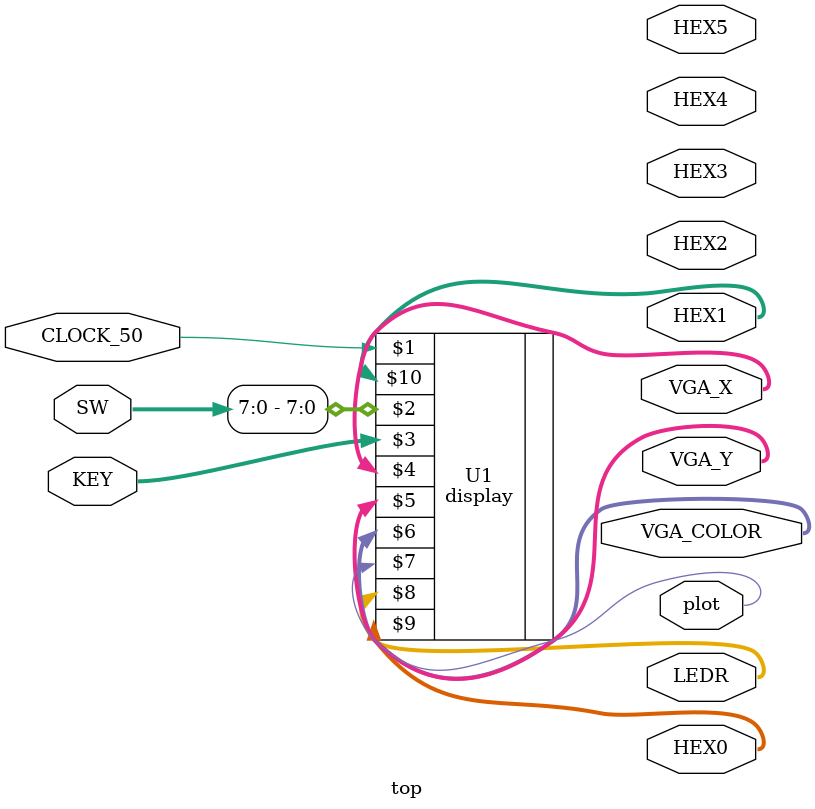
<source format=v>


//     output wire [6:0] HEX0;     // DE-series HEX displays
//     output wire [6:0] HEX1;
//     output wire [6:0] HEX2;
//     output wire [6:0] HEX3;
//     output wire [6:0] HEX4;
//     output wire [6:0] HEX5;

//     output wire [9:0] LEDR;     // DE-series LEDs   
//     output wire [7:0] VGA_X;
//     output wire [6:0] VGA_Y;
//     output wire [2:0] VGA_COLOR;
//     output wire plot;

//     vga_demo U1 (CLOCK_50, SW[7:0], KEY, HEX3, HEX2, HEX1, HEX0, VGA_X, VGA_Y, VGA_COLOR, plot);

// endmodule

module top (CLOCK_50, SW, KEY, HEX0, HEX1, HEX2, HEX3, HEX4, HEX5, LEDR, VGA_X, VGA_Y, VGA_COLOR, plot);

    input CLOCK_50;             // DE-series 50 MHz clock signal
    input wire [9:0] SW;        // DE-series switches
    input wire [3:0] KEY;       // DE-series pushbuttons

    output wire [6:0] HEX0;     // DE-series HEX displays
    output wire [6:0] HEX1;
    output wire [6:0] HEX2;
    output wire [6:0] HEX3;
    output wire [6:0] HEX4;
    output wire [6:0] HEX5;

    output wire [9:0] LEDR;     // DE-series LEDs
    output wire [7:0] VGA_X;
    output wire [6:0] VGA_Y;
    output wire [2:0] VGA_COLOR;
    output wire plot;

    display U1 (CLOCK_50, SW[7:0], KEY, VGA_X, VGA_Y, VGA_COLOR, plot, LEDR, HEX0, HEX1);

endmodule
</source>
